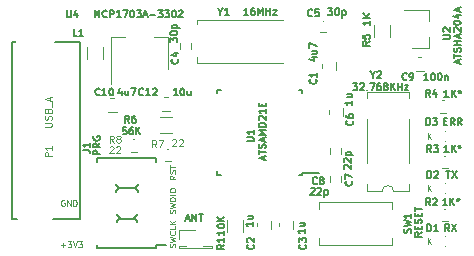
<source format=gto>
G04 #@! TF.GenerationSoftware,KiCad,Pcbnew,no-vcs-found-c20cf4a~58~ubuntu16.04.1*
G04 #@! TF.CreationDate,2017-03-22T17:47:24+02:00*
G04 #@! TF.ProjectId,serial_gw_ATSAMD21E,73657269616C5F67775F415453414D44,rev?*
G04 #@! TF.FileFunction,Legend,Top*
G04 #@! TF.FilePolarity,Positive*
%FSLAX46Y46*%
G04 Gerber Fmt 4.6, Leading zero omitted, Abs format (unit mm)*
G04 Created by KiCad (PCBNEW no-vcs-found-c20cf4a~58~ubuntu16.04.1) date Wed Mar 22 17:47:24 2017*
%MOMM*%
%LPD*%
G01*
G04 APERTURE LIST*
%ADD10C,0.100000*%
%ADD11C,0.125000*%
%ADD12C,0.120000*%
%ADD13C,0.150000*%
%ADD14R,0.800000X1.000000*%
%ADD15C,3.399740*%
%ADD16C,1.901140*%
%ADD17R,1.000000X1.100000*%
%ADD18R,2.300000X1.700000*%
%ADD19R,1.400000X1.400000*%
%ADD20R,1.150000X1.600000*%
%ADD21R,0.900000X1.000000*%
%ADD22R,1.600000X1.150000*%
%ADD23R,1.000000X0.900000*%
%ADD24R,2.900000X1.670000*%
%ADD25R,1.300000X1.600000*%
%ADD26R,1.600000X1.300000*%
%ADD27R,2.400000X2.000000*%
%ADD28R,0.950000X2.000000*%
%ADD29R,2.000000X0.950000*%
%ADD30R,1.300000X1.200000*%
%ADD31C,1.150000*%
%ADD32R,2.400000X3.400000*%
%ADD33R,1.400000X1.900000*%
%ADD34R,3.900000X2.800000*%
G04 APERTURE END LIST*
D10*
D11*
X140369047Y-97726190D02*
X140369047Y-97226190D01*
X140654761Y-97726190D02*
X140440476Y-97440476D01*
X140654761Y-97226190D02*
X140369047Y-97511904D01*
X140369047Y-93226190D02*
X140369047Y-92726190D01*
X140654761Y-93226190D02*
X140440476Y-92940476D01*
X140654761Y-92726190D02*
X140369047Y-93011904D01*
X140369047Y-88826190D02*
X140369047Y-88326190D01*
X140654761Y-88826190D02*
X140440476Y-88540476D01*
X140654761Y-88326190D02*
X140369047Y-88611904D01*
X109319047Y-97835714D02*
X109700000Y-97835714D01*
X109509523Y-98026190D02*
X109509523Y-97645238D01*
X109890476Y-97526190D02*
X110200000Y-97526190D01*
X110033333Y-97716666D01*
X110104761Y-97716666D01*
X110152380Y-97740476D01*
X110176190Y-97764285D01*
X110200000Y-97811904D01*
X110200000Y-97930952D01*
X110176190Y-97978571D01*
X110152380Y-98002380D01*
X110104761Y-98026190D01*
X109961904Y-98026190D01*
X109914285Y-98002380D01*
X109890476Y-97978571D01*
X110342857Y-97526190D02*
X110509523Y-98026190D01*
X110676190Y-97526190D01*
X110795238Y-97526190D02*
X111104761Y-97526190D01*
X110938095Y-97716666D01*
X111009523Y-97716666D01*
X111057142Y-97740476D01*
X111080952Y-97764285D01*
X111104761Y-97811904D01*
X111104761Y-97930952D01*
X111080952Y-97978571D01*
X111057142Y-98002380D01*
X111009523Y-98026190D01*
X110866666Y-98026190D01*
X110819047Y-98002380D01*
X110795238Y-97978571D01*
X109619047Y-94050000D02*
X109571428Y-94026190D01*
X109500000Y-94026190D01*
X109428571Y-94050000D01*
X109380952Y-94097619D01*
X109357142Y-94145238D01*
X109333333Y-94240476D01*
X109333333Y-94311904D01*
X109357142Y-94407142D01*
X109380952Y-94454761D01*
X109428571Y-94502380D01*
X109500000Y-94526190D01*
X109547619Y-94526190D01*
X109619047Y-94502380D01*
X109642857Y-94478571D01*
X109642857Y-94311904D01*
X109547619Y-94311904D01*
X109857142Y-94526190D02*
X109857142Y-94026190D01*
X110142857Y-94526190D01*
X110142857Y-94026190D01*
X110380952Y-94526190D02*
X110380952Y-94026190D01*
X110500000Y-94026190D01*
X110571428Y-94050000D01*
X110619047Y-94097619D01*
X110642857Y-94145238D01*
X110666666Y-94240476D01*
X110666666Y-94311904D01*
X110642857Y-94407142D01*
X110619047Y-94454761D01*
X110571428Y-94502380D01*
X110500000Y-94526190D01*
X110380952Y-94526190D01*
X119002380Y-98030952D02*
X119026190Y-97959523D01*
X119026190Y-97840476D01*
X119002380Y-97792857D01*
X118978571Y-97769047D01*
X118930952Y-97745238D01*
X118883333Y-97745238D01*
X118835714Y-97769047D01*
X118811904Y-97792857D01*
X118788095Y-97840476D01*
X118764285Y-97935714D01*
X118740476Y-97983333D01*
X118716666Y-98007142D01*
X118669047Y-98030952D01*
X118621428Y-98030952D01*
X118573809Y-98007142D01*
X118550000Y-97983333D01*
X118526190Y-97935714D01*
X118526190Y-97816666D01*
X118550000Y-97745238D01*
X118526190Y-97578571D02*
X119026190Y-97459523D01*
X118669047Y-97364285D01*
X119026190Y-97269047D01*
X118526190Y-97150000D01*
X118978571Y-96673809D02*
X119002380Y-96697619D01*
X119026190Y-96769047D01*
X119026190Y-96816666D01*
X119002380Y-96888095D01*
X118954761Y-96935714D01*
X118907142Y-96959523D01*
X118811904Y-96983333D01*
X118740476Y-96983333D01*
X118645238Y-96959523D01*
X118597619Y-96935714D01*
X118550000Y-96888095D01*
X118526190Y-96816666D01*
X118526190Y-96769047D01*
X118550000Y-96697619D01*
X118573809Y-96673809D01*
X119026190Y-96221428D02*
X119026190Y-96459523D01*
X118526190Y-96459523D01*
X119026190Y-96054761D02*
X118526190Y-96054761D01*
X119026190Y-95769047D02*
X118740476Y-95983333D01*
X118526190Y-95769047D02*
X118811904Y-96054761D01*
X119026190Y-91973809D02*
X118788095Y-92140476D01*
X119026190Y-92259523D02*
X118526190Y-92259523D01*
X118526190Y-92069047D01*
X118550000Y-92021428D01*
X118573809Y-91997619D01*
X118621428Y-91973809D01*
X118692857Y-91973809D01*
X118740476Y-91997619D01*
X118764285Y-92021428D01*
X118788095Y-92069047D01*
X118788095Y-92259523D01*
X119002380Y-91783333D02*
X119026190Y-91711904D01*
X119026190Y-91592857D01*
X119002380Y-91545238D01*
X118978571Y-91521428D01*
X118930952Y-91497619D01*
X118883333Y-91497619D01*
X118835714Y-91521428D01*
X118811904Y-91545238D01*
X118788095Y-91592857D01*
X118764285Y-91688095D01*
X118740476Y-91735714D01*
X118716666Y-91759523D01*
X118669047Y-91783333D01*
X118621428Y-91783333D01*
X118573809Y-91759523D01*
X118550000Y-91735714D01*
X118526190Y-91688095D01*
X118526190Y-91569047D01*
X118550000Y-91497619D01*
X118526190Y-91354761D02*
X118526190Y-91069047D01*
X119026190Y-91211904D02*
X118526190Y-91211904D01*
X119002380Y-95159523D02*
X119026190Y-95088095D01*
X119026190Y-94969047D01*
X119002380Y-94921428D01*
X118978571Y-94897619D01*
X118930952Y-94873809D01*
X118883333Y-94873809D01*
X118835714Y-94897619D01*
X118811904Y-94921428D01*
X118788095Y-94969047D01*
X118764285Y-95064285D01*
X118740476Y-95111904D01*
X118716666Y-95135714D01*
X118669047Y-95159523D01*
X118621428Y-95159523D01*
X118573809Y-95135714D01*
X118550000Y-95111904D01*
X118526190Y-95064285D01*
X118526190Y-94945238D01*
X118550000Y-94873809D01*
X118526190Y-94707142D02*
X119026190Y-94588095D01*
X118669047Y-94492857D01*
X119026190Y-94397619D01*
X118526190Y-94278571D01*
X119026190Y-94088095D02*
X118526190Y-94088095D01*
X118526190Y-93969047D01*
X118550000Y-93897619D01*
X118597619Y-93850000D01*
X118645238Y-93826190D01*
X118740476Y-93802380D01*
X118811904Y-93802380D01*
X118907142Y-93826190D01*
X118954761Y-93850000D01*
X119002380Y-93897619D01*
X119026190Y-93969047D01*
X119026190Y-94088095D01*
X119026190Y-93588095D02*
X118526190Y-93588095D01*
X118526190Y-93254761D02*
X118526190Y-93159523D01*
X118550000Y-93111904D01*
X118597619Y-93064285D01*
X118692857Y-93040476D01*
X118859523Y-93040476D01*
X118954761Y-93064285D01*
X119002380Y-93111904D01*
X119026190Y-93159523D01*
X119026190Y-93254761D01*
X119002380Y-93302380D01*
X118954761Y-93350000D01*
X118859523Y-93373809D01*
X118692857Y-93373809D01*
X118597619Y-93350000D01*
X118550000Y-93302380D01*
X118526190Y-93254761D01*
D12*
X118150000Y-90730000D02*
X118650000Y-90730000D01*
X118650000Y-89670000D02*
X118150000Y-89670000D01*
X115750000Y-88870000D02*
X115250000Y-88870000D01*
X115250000Y-89930000D02*
X115750000Y-89930000D01*
D13*
X105200000Y-95649860D02*
X105702507Y-95649860D01*
X108599471Y-95649860D02*
X110945120Y-95649860D01*
X108799050Y-80663860D02*
X110945120Y-80663860D01*
X105200000Y-95649860D02*
X105200000Y-80663860D01*
X110945120Y-95649860D02*
X110945120Y-80663860D01*
X105199646Y-80663860D02*
X105502166Y-80663860D01*
D12*
X141450000Y-86630000D02*
X141950000Y-86630000D01*
X141950000Y-85570000D02*
X141450000Y-85570000D01*
X141600000Y-95830000D02*
X142100000Y-95830000D01*
X142100000Y-94770000D02*
X141600000Y-94770000D01*
X141600000Y-91330000D02*
X142100000Y-91330000D01*
X142100000Y-90270000D02*
X141600000Y-90270000D01*
X140900000Y-88150000D02*
X140900000Y-89050000D01*
X140900000Y-89050000D02*
X142350000Y-89050000D01*
X140900000Y-88150000D02*
X142350000Y-88150000D01*
X140900000Y-92550000D02*
X140900000Y-93450000D01*
X140900000Y-93450000D02*
X142350000Y-93450000D01*
X140900000Y-92550000D02*
X142350000Y-92550000D01*
X140900000Y-97050000D02*
X140900000Y-97950000D01*
X140900000Y-97950000D02*
X142350000Y-97950000D01*
X140900000Y-97050000D02*
X142350000Y-97050000D01*
X137500000Y-93300000D02*
G75*
G03X136500000Y-93300000I-500000J0D01*
G01*
X135200000Y-85500000D02*
X135200000Y-84900000D01*
X135200000Y-84900000D02*
X138800000Y-84900000D01*
X138800000Y-84900000D02*
X138800000Y-85500000D01*
X135200000Y-91000000D02*
X135200000Y-87200000D01*
X136500000Y-93300000D02*
X135200000Y-93300000D01*
X138800000Y-93300000D02*
X137500000Y-93300000D01*
X135200000Y-93300000D02*
X135200000Y-92700000D01*
X138800000Y-93300000D02*
X138800000Y-92700000D01*
X138800000Y-87200000D02*
X138800000Y-91000000D01*
X119310000Y-97935000D02*
X119310000Y-98055000D01*
X119310000Y-98055000D02*
X122090000Y-98055000D01*
X122090000Y-98055000D02*
X122090000Y-97935000D01*
X122090000Y-97935000D02*
X119310000Y-97935000D01*
X119310000Y-97300000D02*
X119310000Y-96545000D01*
X119310000Y-96545000D02*
X120700000Y-96545000D01*
X132000000Y-86950000D02*
X132000000Y-86250000D01*
X133200000Y-86250000D02*
X133200000Y-86950000D01*
X132130000Y-89600000D02*
X132130000Y-90100000D01*
X133070000Y-90100000D02*
X133070000Y-89600000D01*
X120370000Y-81200000D02*
X120370000Y-80700000D01*
X119430000Y-80700000D02*
X119430000Y-81200000D01*
X139400000Y-81900000D02*
X140100000Y-81900000D01*
X140100000Y-83100000D02*
X139400000Y-83100000D01*
X132600000Y-82350000D02*
X132600000Y-83050000D01*
X131400000Y-83050000D02*
X131400000Y-82350000D01*
X127100000Y-95800000D02*
X127100000Y-96500000D01*
X125900000Y-96500000D02*
X125900000Y-95800000D01*
X129000000Y-95800000D02*
X129000000Y-96500000D01*
X127800000Y-96500000D02*
X127800000Y-95800000D01*
X131800000Y-78830000D02*
X131300000Y-78830000D01*
X131300000Y-79770000D02*
X131800000Y-79770000D01*
X133070000Y-92500000D02*
X133070000Y-92000000D01*
X132130000Y-92000000D02*
X132130000Y-92500000D01*
X114050000Y-86600000D02*
X113350000Y-86600000D01*
X113350000Y-85400000D02*
X114050000Y-85400000D01*
X118600000Y-86500000D02*
X117900000Y-86500000D01*
X117900000Y-85300000D02*
X118600000Y-85300000D01*
D13*
X117360000Y-97800000D02*
X118260000Y-97800000D01*
X115560000Y-95600000D02*
X114260000Y-95600000D01*
X112360000Y-90490000D02*
X112360000Y-90770000D01*
X112360000Y-90490000D02*
X117360000Y-90490000D01*
X117360000Y-90490000D02*
X117360000Y-90770000D01*
X117360000Y-98110000D02*
X117360000Y-97830000D01*
X112360000Y-98110000D02*
X117360000Y-98110000D01*
X114060000Y-95951000D02*
X114060000Y-95824000D01*
X114060000Y-95824000D02*
X114314000Y-95570000D01*
X114314000Y-95570000D02*
X114060000Y-95316000D01*
X114060000Y-95316000D02*
X114060000Y-95189000D01*
X112360000Y-98110000D02*
X112360000Y-97830000D01*
X113960000Y-93411000D02*
X113960000Y-93284000D01*
X115760000Y-95189000D02*
X115760000Y-95316000D01*
X114214000Y-93030000D02*
X113960000Y-92776000D01*
X115506000Y-95570000D02*
X115760000Y-95824000D01*
X113960000Y-92776000D02*
X113960000Y-92649000D01*
X115760000Y-95824000D02*
X115760000Y-95951000D01*
X113960000Y-93284000D02*
X114214000Y-93030000D01*
X115760000Y-95316000D02*
X115506000Y-95570000D01*
X115860000Y-92649000D02*
X115860000Y-92776000D01*
X115860000Y-93284000D02*
X115860000Y-93411000D01*
X115606000Y-93030000D02*
X115860000Y-93284000D01*
X115860000Y-92776000D02*
X115606000Y-93030000D01*
X115560152Y-93030000D02*
X114258117Y-93030000D01*
D12*
X111520000Y-82100000D02*
X111520000Y-81100000D01*
X112880000Y-81100000D02*
X112880000Y-82100000D01*
X124780000Y-95700000D02*
X124780000Y-96700000D01*
X123420000Y-96700000D02*
X123420000Y-95700000D01*
X135820000Y-80200000D02*
X135820000Y-79200000D01*
X137180000Y-79200000D02*
X137180000Y-80200000D01*
X117700000Y-87020000D02*
X118700000Y-87020000D01*
X118700000Y-88380000D02*
X117700000Y-88380000D01*
X131200000Y-97850000D02*
X137400000Y-97850000D01*
X137400000Y-94150000D02*
X131200000Y-94150000D01*
X131200000Y-94150000D02*
X131200000Y-94800000D01*
X131200000Y-97200000D02*
X131200000Y-97850000D01*
X137400000Y-97850000D02*
X137400000Y-97200000D01*
X137400000Y-94150000D02*
X137400000Y-94800000D01*
D13*
X129775000Y-91700000D02*
X131200000Y-91700000D01*
X122525000Y-91925000D02*
X122850000Y-91925000D01*
X122525000Y-84675000D02*
X122850000Y-84675000D01*
X129775000Y-84675000D02*
X129450000Y-84675000D01*
X129775000Y-91925000D02*
X129450000Y-91925000D01*
X129775000Y-84675000D02*
X129775000Y-85000000D01*
X122525000Y-84675000D02*
X122525000Y-85000000D01*
X122525000Y-91925000D02*
X122525000Y-91600000D01*
X129775000Y-91925000D02*
X129775000Y-91700000D01*
D12*
X140510000Y-81130000D02*
X139050000Y-81130000D01*
X140510000Y-77970000D02*
X138350000Y-77970000D01*
X140510000Y-77970000D02*
X140510000Y-78900000D01*
X140510000Y-81130000D02*
X140510000Y-80200000D01*
X113600000Y-80200000D02*
X114800000Y-80200000D01*
X113600000Y-84200000D02*
X113600000Y-80200000D01*
X118400000Y-80200000D02*
X118400000Y-82900000D01*
X117200000Y-80200000D02*
X118400000Y-80200000D01*
X120850000Y-82400000D02*
X128100000Y-82400000D01*
X120850000Y-78800000D02*
X120850000Y-82400000D01*
X128100000Y-78800000D02*
X120850000Y-78800000D01*
X117400000Y-89571428D02*
X117200000Y-89285714D01*
X117057142Y-89571428D02*
X117057142Y-88971428D01*
X117285714Y-88971428D01*
X117342857Y-89000000D01*
X117371428Y-89028571D01*
X117400000Y-89085714D01*
X117400000Y-89171428D01*
X117371428Y-89228571D01*
X117342857Y-89257142D01*
X117285714Y-89285714D01*
X117057142Y-89285714D01*
X117600000Y-88971428D02*
X118000000Y-88971428D01*
X117742857Y-89571428D01*
X118742857Y-88928571D02*
X118771428Y-88900000D01*
X118828571Y-88871428D01*
X118971428Y-88871428D01*
X119028571Y-88900000D01*
X119057142Y-88928571D01*
X119085714Y-88985714D01*
X119085714Y-89042857D01*
X119057142Y-89128571D01*
X118714285Y-89471428D01*
X119085714Y-89471428D01*
X119314285Y-88928571D02*
X119342857Y-88900000D01*
X119400000Y-88871428D01*
X119542857Y-88871428D01*
X119600000Y-88900000D01*
X119628571Y-88928571D01*
X119657142Y-88985714D01*
X119657142Y-89042857D01*
X119628571Y-89128571D01*
X119285714Y-89471428D01*
X119657142Y-89471428D01*
X113800000Y-89171428D02*
X113600000Y-88885714D01*
X113457142Y-89171428D02*
X113457142Y-88571428D01*
X113685714Y-88571428D01*
X113742857Y-88600000D01*
X113771428Y-88628571D01*
X113800000Y-88685714D01*
X113800000Y-88771428D01*
X113771428Y-88828571D01*
X113742857Y-88857142D01*
X113685714Y-88885714D01*
X113457142Y-88885714D01*
X114142857Y-88828571D02*
X114085714Y-88800000D01*
X114057142Y-88771428D01*
X114028571Y-88714285D01*
X114028571Y-88685714D01*
X114057142Y-88628571D01*
X114085714Y-88600000D01*
X114142857Y-88571428D01*
X114257142Y-88571428D01*
X114314285Y-88600000D01*
X114342857Y-88628571D01*
X114371428Y-88685714D01*
X114371428Y-88714285D01*
X114342857Y-88771428D01*
X114314285Y-88800000D01*
X114257142Y-88828571D01*
X114142857Y-88828571D01*
X114085714Y-88857142D01*
X114057142Y-88885714D01*
X114028571Y-88942857D01*
X114028571Y-89057142D01*
X114057142Y-89114285D01*
X114085714Y-89142857D01*
X114142857Y-89171428D01*
X114257142Y-89171428D01*
X114314285Y-89142857D01*
X114342857Y-89114285D01*
X114371428Y-89057142D01*
X114371428Y-88942857D01*
X114342857Y-88885714D01*
X114314285Y-88857142D01*
X114257142Y-88828571D01*
X113442857Y-89528571D02*
X113471428Y-89500000D01*
X113528571Y-89471428D01*
X113671428Y-89471428D01*
X113728571Y-89500000D01*
X113757142Y-89528571D01*
X113785714Y-89585714D01*
X113785714Y-89642857D01*
X113757142Y-89728571D01*
X113414285Y-90071428D01*
X113785714Y-90071428D01*
X114014285Y-89528571D02*
X114042857Y-89500000D01*
X114100000Y-89471428D01*
X114242857Y-89471428D01*
X114300000Y-89500000D01*
X114328571Y-89528571D01*
X114357142Y-89585714D01*
X114357142Y-89642857D01*
X114328571Y-89728571D01*
X113985714Y-90071428D01*
X114357142Y-90071428D01*
X108542548Y-90331717D02*
X107942548Y-90331717D01*
X107942548Y-90103145D01*
X107971120Y-90046002D01*
X107999691Y-90017431D01*
X108056834Y-89988860D01*
X108142548Y-89988860D01*
X108199691Y-90017431D01*
X108228262Y-90046002D01*
X108256834Y-90103145D01*
X108256834Y-90331717D01*
X108542548Y-89417431D02*
X108542548Y-89760288D01*
X108542548Y-89588860D02*
X107942548Y-89588860D01*
X108028262Y-89646002D01*
X108085405Y-89703145D01*
X108113977Y-89760288D01*
X107942548Y-87829717D02*
X108428262Y-87829717D01*
X108485405Y-87801145D01*
X108513977Y-87772574D01*
X108542548Y-87715431D01*
X108542548Y-87601145D01*
X108513977Y-87544002D01*
X108485405Y-87515431D01*
X108428262Y-87486860D01*
X107942548Y-87486860D01*
X108513977Y-87229717D02*
X108542548Y-87144002D01*
X108542548Y-87001145D01*
X108513977Y-86944002D01*
X108485405Y-86915431D01*
X108428262Y-86886860D01*
X108371120Y-86886860D01*
X108313977Y-86915431D01*
X108285405Y-86944002D01*
X108256834Y-87001145D01*
X108228262Y-87115431D01*
X108199691Y-87172574D01*
X108171120Y-87201145D01*
X108113977Y-87229717D01*
X108056834Y-87229717D01*
X107999691Y-87201145D01*
X107971120Y-87172574D01*
X107942548Y-87115431D01*
X107942548Y-86972574D01*
X107971120Y-86886860D01*
X108228262Y-86429717D02*
X108256834Y-86344002D01*
X108285405Y-86315431D01*
X108342548Y-86286860D01*
X108428262Y-86286860D01*
X108485405Y-86315431D01*
X108513977Y-86344002D01*
X108542548Y-86401145D01*
X108542548Y-86629717D01*
X107942548Y-86629717D01*
X107942548Y-86429717D01*
X107971120Y-86372574D01*
X107999691Y-86344002D01*
X108056834Y-86315431D01*
X108113977Y-86315431D01*
X108171120Y-86344002D01*
X108199691Y-86372574D01*
X108228262Y-86429717D01*
X108228262Y-86629717D01*
X108599691Y-86172574D02*
X108599691Y-85715431D01*
X108371120Y-85601145D02*
X108371120Y-85315431D01*
X108542548Y-85658288D02*
X107942548Y-85458288D01*
X108542548Y-85258288D01*
D13*
X140600000Y-85271428D02*
X140400000Y-84985714D01*
X140257142Y-85271428D02*
X140257142Y-84671428D01*
X140485714Y-84671428D01*
X140542857Y-84700000D01*
X140571428Y-84728571D01*
X140600000Y-84785714D01*
X140600000Y-84871428D01*
X140571428Y-84928571D01*
X140542857Y-84957142D01*
X140485714Y-84985714D01*
X140257142Y-84985714D01*
X141114285Y-84871428D02*
X141114285Y-85271428D01*
X140971428Y-84642857D02*
X140828571Y-85071428D01*
X141200000Y-85071428D01*
X142142857Y-85271428D02*
X141800000Y-85271428D01*
X141971428Y-85271428D02*
X141971428Y-84671428D01*
X141914285Y-84757142D01*
X141857142Y-84814285D01*
X141800000Y-84842857D01*
X142400000Y-85271428D02*
X142400000Y-84671428D01*
X142742857Y-85271428D02*
X142485714Y-84928571D01*
X142742857Y-84671428D02*
X142400000Y-85014285D01*
X143085714Y-84671428D02*
X143085714Y-84814285D01*
X142942857Y-84757142D02*
X143085714Y-84814285D01*
X143228571Y-84757142D01*
X143000000Y-84928571D02*
X143085714Y-84814285D01*
X143171428Y-84928571D01*
X140600000Y-94471428D02*
X140400000Y-94185714D01*
X140257142Y-94471428D02*
X140257142Y-93871428D01*
X140485714Y-93871428D01*
X140542857Y-93900000D01*
X140571428Y-93928571D01*
X140600000Y-93985714D01*
X140600000Y-94071428D01*
X140571428Y-94128571D01*
X140542857Y-94157142D01*
X140485714Y-94185714D01*
X140257142Y-94185714D01*
X140828571Y-93928571D02*
X140857142Y-93900000D01*
X140914285Y-93871428D01*
X141057142Y-93871428D01*
X141114285Y-93900000D01*
X141142857Y-93928571D01*
X141171428Y-93985714D01*
X141171428Y-94042857D01*
X141142857Y-94128571D01*
X140800000Y-94471428D01*
X141171428Y-94471428D01*
X142042857Y-94471428D02*
X141700000Y-94471428D01*
X141871428Y-94471428D02*
X141871428Y-93871428D01*
X141814285Y-93957142D01*
X141757142Y-94014285D01*
X141700000Y-94042857D01*
X142300000Y-94471428D02*
X142300000Y-93871428D01*
X142642857Y-94471428D02*
X142385714Y-94128571D01*
X142642857Y-93871428D02*
X142300000Y-94214285D01*
X142985714Y-93871428D02*
X142985714Y-94014285D01*
X142842857Y-93957142D02*
X142985714Y-94014285D01*
X143128571Y-93957142D01*
X142900000Y-94128571D02*
X142985714Y-94014285D01*
X143071428Y-94128571D01*
X140700000Y-89971428D02*
X140500000Y-89685714D01*
X140357142Y-89971428D02*
X140357142Y-89371428D01*
X140585714Y-89371428D01*
X140642857Y-89400000D01*
X140671428Y-89428571D01*
X140700000Y-89485714D01*
X140700000Y-89571428D01*
X140671428Y-89628571D01*
X140642857Y-89657142D01*
X140585714Y-89685714D01*
X140357142Y-89685714D01*
X140900000Y-89371428D02*
X141271428Y-89371428D01*
X141071428Y-89600000D01*
X141157142Y-89600000D01*
X141214285Y-89628571D01*
X141242857Y-89657142D01*
X141271428Y-89714285D01*
X141271428Y-89857142D01*
X141242857Y-89914285D01*
X141214285Y-89942857D01*
X141157142Y-89971428D01*
X140985714Y-89971428D01*
X140928571Y-89942857D01*
X140900000Y-89914285D01*
X142142857Y-89971428D02*
X141800000Y-89971428D01*
X141971428Y-89971428D02*
X141971428Y-89371428D01*
X141914285Y-89457142D01*
X141857142Y-89514285D01*
X141800000Y-89542857D01*
X142400000Y-89971428D02*
X142400000Y-89371428D01*
X142742857Y-89971428D02*
X142485714Y-89628571D01*
X142742857Y-89371428D02*
X142400000Y-89714285D01*
X143085714Y-89371428D02*
X143085714Y-89514285D01*
X142942857Y-89457142D02*
X143085714Y-89514285D01*
X143228571Y-89457142D01*
X143000000Y-89628571D02*
X143085714Y-89514285D01*
X143171428Y-89628571D01*
X140257142Y-87671428D02*
X140257142Y-87071428D01*
X140400000Y-87071428D01*
X140485714Y-87100000D01*
X140542857Y-87157142D01*
X140571428Y-87214285D01*
X140600000Y-87328571D01*
X140600000Y-87414285D01*
X140571428Y-87528571D01*
X140542857Y-87585714D01*
X140485714Y-87642857D01*
X140400000Y-87671428D01*
X140257142Y-87671428D01*
X140800000Y-87071428D02*
X141171428Y-87071428D01*
X140971428Y-87300000D01*
X141057142Y-87300000D01*
X141114285Y-87328571D01*
X141142857Y-87357142D01*
X141171428Y-87414285D01*
X141171428Y-87557142D01*
X141142857Y-87614285D01*
X141114285Y-87642857D01*
X141057142Y-87671428D01*
X140885714Y-87671428D01*
X140828571Y-87642857D01*
X140800000Y-87614285D01*
X141771428Y-87357142D02*
X141971428Y-87357142D01*
X142057142Y-87671428D02*
X141771428Y-87671428D01*
X141771428Y-87071428D01*
X142057142Y-87071428D01*
X142657142Y-87671428D02*
X142457142Y-87385714D01*
X142314285Y-87671428D02*
X142314285Y-87071428D01*
X142542857Y-87071428D01*
X142600000Y-87100000D01*
X142628571Y-87128571D01*
X142657142Y-87185714D01*
X142657142Y-87271428D01*
X142628571Y-87328571D01*
X142600000Y-87357142D01*
X142542857Y-87385714D01*
X142314285Y-87385714D01*
X143257142Y-87671428D02*
X143057142Y-87385714D01*
X142914285Y-87671428D02*
X142914285Y-87071428D01*
X143142857Y-87071428D01*
X143200000Y-87100000D01*
X143228571Y-87128571D01*
X143257142Y-87185714D01*
X143257142Y-87271428D01*
X143228571Y-87328571D01*
X143200000Y-87357142D01*
X143142857Y-87385714D01*
X142914285Y-87385714D01*
X140357142Y-92171428D02*
X140357142Y-91571428D01*
X140500000Y-91571428D01*
X140585714Y-91600000D01*
X140642857Y-91657142D01*
X140671428Y-91714285D01*
X140700000Y-91828571D01*
X140700000Y-91914285D01*
X140671428Y-92028571D01*
X140642857Y-92085714D01*
X140585714Y-92142857D01*
X140500000Y-92171428D01*
X140357142Y-92171428D01*
X140928571Y-91628571D02*
X140957142Y-91600000D01*
X141014285Y-91571428D01*
X141157142Y-91571428D01*
X141214285Y-91600000D01*
X141242857Y-91628571D01*
X141271428Y-91685714D01*
X141271428Y-91742857D01*
X141242857Y-91828571D01*
X140900000Y-92171428D01*
X141271428Y-92171428D01*
X141942857Y-91571428D02*
X142285714Y-91571428D01*
X142114285Y-92171428D02*
X142114285Y-91571428D01*
X142428571Y-91571428D02*
X142828571Y-92171428D01*
X142828571Y-91571428D02*
X142428571Y-92171428D01*
X140357142Y-96671428D02*
X140357142Y-96071428D01*
X140500000Y-96071428D01*
X140585714Y-96100000D01*
X140642857Y-96157142D01*
X140671428Y-96214285D01*
X140700000Y-96328571D01*
X140700000Y-96414285D01*
X140671428Y-96528571D01*
X140642857Y-96585714D01*
X140585714Y-96642857D01*
X140500000Y-96671428D01*
X140357142Y-96671428D01*
X141271428Y-96671428D02*
X140928571Y-96671428D01*
X141100000Y-96671428D02*
X141100000Y-96071428D01*
X141042857Y-96157142D01*
X140985714Y-96214285D01*
X140928571Y-96242857D01*
X142200000Y-96671428D02*
X142000000Y-96385714D01*
X141857142Y-96671428D02*
X141857142Y-96071428D01*
X142085714Y-96071428D01*
X142142857Y-96100000D01*
X142171428Y-96128571D01*
X142200000Y-96185714D01*
X142200000Y-96271428D01*
X142171428Y-96328571D01*
X142142857Y-96357142D01*
X142085714Y-96385714D01*
X141857142Y-96385714D01*
X142400000Y-96071428D02*
X142800000Y-96671428D01*
X142800000Y-96071428D02*
X142400000Y-96671428D01*
X135731285Y-83424714D02*
X135731285Y-83710428D01*
X135531285Y-83110428D02*
X135731285Y-83424714D01*
X135931285Y-83110428D01*
X136102714Y-83167571D02*
X136131285Y-83139000D01*
X136188428Y-83110428D01*
X136331285Y-83110428D01*
X136388428Y-83139000D01*
X136417000Y-83167571D01*
X136445571Y-83224714D01*
X136445571Y-83281857D01*
X136417000Y-83367571D01*
X136074142Y-83710428D01*
X136445571Y-83710428D01*
X134055142Y-84126428D02*
X134426571Y-84126428D01*
X134226571Y-84355000D01*
X134312285Y-84355000D01*
X134369428Y-84383571D01*
X134398000Y-84412142D01*
X134426571Y-84469285D01*
X134426571Y-84612142D01*
X134398000Y-84669285D01*
X134369428Y-84697857D01*
X134312285Y-84726428D01*
X134140857Y-84726428D01*
X134083714Y-84697857D01*
X134055142Y-84669285D01*
X134655142Y-84183571D02*
X134683714Y-84155000D01*
X134740857Y-84126428D01*
X134883714Y-84126428D01*
X134940857Y-84155000D01*
X134969428Y-84183571D01*
X134998000Y-84240714D01*
X134998000Y-84297857D01*
X134969428Y-84383571D01*
X134626571Y-84726428D01*
X134998000Y-84726428D01*
X135255142Y-84669285D02*
X135283714Y-84697857D01*
X135255142Y-84726428D01*
X135226571Y-84697857D01*
X135255142Y-84669285D01*
X135255142Y-84726428D01*
X135483714Y-84126428D02*
X135883714Y-84126428D01*
X135626571Y-84726428D01*
X136369428Y-84126428D02*
X136255142Y-84126428D01*
X136198000Y-84155000D01*
X136169428Y-84183571D01*
X136112285Y-84269285D01*
X136083714Y-84383571D01*
X136083714Y-84612142D01*
X136112285Y-84669285D01*
X136140857Y-84697857D01*
X136198000Y-84726428D01*
X136312285Y-84726428D01*
X136369428Y-84697857D01*
X136398000Y-84669285D01*
X136426571Y-84612142D01*
X136426571Y-84469285D01*
X136398000Y-84412142D01*
X136369428Y-84383571D01*
X136312285Y-84355000D01*
X136198000Y-84355000D01*
X136140857Y-84383571D01*
X136112285Y-84412142D01*
X136083714Y-84469285D01*
X136769428Y-84383571D02*
X136712285Y-84355000D01*
X136683714Y-84326428D01*
X136655142Y-84269285D01*
X136655142Y-84240714D01*
X136683714Y-84183571D01*
X136712285Y-84155000D01*
X136769428Y-84126428D01*
X136883714Y-84126428D01*
X136940857Y-84155000D01*
X136969428Y-84183571D01*
X136998000Y-84240714D01*
X136998000Y-84269285D01*
X136969428Y-84326428D01*
X136940857Y-84355000D01*
X136883714Y-84383571D01*
X136769428Y-84383571D01*
X136712285Y-84412142D01*
X136683714Y-84440714D01*
X136655142Y-84497857D01*
X136655142Y-84612142D01*
X136683714Y-84669285D01*
X136712285Y-84697857D01*
X136769428Y-84726428D01*
X136883714Y-84726428D01*
X136940857Y-84697857D01*
X136969428Y-84669285D01*
X136998000Y-84612142D01*
X136998000Y-84497857D01*
X136969428Y-84440714D01*
X136940857Y-84412142D01*
X136883714Y-84383571D01*
X137255142Y-84726428D02*
X137255142Y-84126428D01*
X137598000Y-84726428D02*
X137340857Y-84383571D01*
X137598000Y-84126428D02*
X137255142Y-84469285D01*
X137855142Y-84726428D02*
X137855142Y-84126428D01*
X137855142Y-84412142D02*
X138198000Y-84412142D01*
X138198000Y-84726428D02*
X138198000Y-84126428D01*
X138426571Y-84326428D02*
X138740857Y-84326428D01*
X138426571Y-84726428D01*
X138740857Y-84726428D01*
X119914285Y-95600000D02*
X120200000Y-95600000D01*
X119857142Y-95771428D02*
X120057142Y-95171428D01*
X120257142Y-95771428D01*
X120457142Y-95771428D02*
X120457142Y-95171428D01*
X120800000Y-95771428D01*
X120800000Y-95171428D01*
X121000000Y-95171428D02*
X121342857Y-95171428D01*
X121171428Y-95771428D02*
X121171428Y-95171428D01*
X134014285Y-87300000D02*
X134042857Y-87328571D01*
X134071428Y-87414285D01*
X134071428Y-87471428D01*
X134042857Y-87557142D01*
X133985714Y-87614285D01*
X133928571Y-87642857D01*
X133814285Y-87671428D01*
X133728571Y-87671428D01*
X133614285Y-87642857D01*
X133557142Y-87614285D01*
X133500000Y-87557142D01*
X133471428Y-87471428D01*
X133471428Y-87414285D01*
X133500000Y-87328571D01*
X133528571Y-87300000D01*
X133471428Y-86785714D02*
X133471428Y-86900000D01*
X133500000Y-86957142D01*
X133528571Y-86985714D01*
X133614285Y-87042857D01*
X133728571Y-87071428D01*
X133957142Y-87071428D01*
X134014285Y-87042857D01*
X134042857Y-87014285D01*
X134071428Y-86957142D01*
X134071428Y-86842857D01*
X134042857Y-86785714D01*
X134014285Y-86757142D01*
X133957142Y-86728571D01*
X133814285Y-86728571D01*
X133757142Y-86757142D01*
X133728571Y-86785714D01*
X133700000Y-86842857D01*
X133700000Y-86957142D01*
X133728571Y-87014285D01*
X133757142Y-87042857D01*
X133814285Y-87071428D01*
X133971428Y-85600000D02*
X133971428Y-85942857D01*
X133971428Y-85771428D02*
X133371428Y-85771428D01*
X133457142Y-85828571D01*
X133514285Y-85885714D01*
X133542857Y-85942857D01*
X133571428Y-85085714D02*
X133971428Y-85085714D01*
X133571428Y-85342857D02*
X133885714Y-85342857D01*
X133942857Y-85314285D01*
X133971428Y-85257142D01*
X133971428Y-85171428D01*
X133942857Y-85114285D01*
X133914285Y-85085714D01*
X133945285Y-92429000D02*
X133973857Y-92457571D01*
X134002428Y-92543285D01*
X134002428Y-92600428D01*
X133973857Y-92686142D01*
X133916714Y-92743285D01*
X133859571Y-92771857D01*
X133745285Y-92800428D01*
X133659571Y-92800428D01*
X133545285Y-92771857D01*
X133488142Y-92743285D01*
X133431000Y-92686142D01*
X133402428Y-92600428D01*
X133402428Y-92543285D01*
X133431000Y-92457571D01*
X133459571Y-92429000D01*
X133402428Y-92229000D02*
X133402428Y-91829000D01*
X134002428Y-92086142D01*
X133332571Y-91406571D02*
X133304000Y-91378000D01*
X133275428Y-91320857D01*
X133275428Y-91178000D01*
X133304000Y-91120857D01*
X133332571Y-91092285D01*
X133389714Y-91063714D01*
X133446857Y-91063714D01*
X133532571Y-91092285D01*
X133875428Y-91435142D01*
X133875428Y-91063714D01*
X133332571Y-90835142D02*
X133304000Y-90806571D01*
X133275428Y-90749428D01*
X133275428Y-90606571D01*
X133304000Y-90549428D01*
X133332571Y-90520857D01*
X133389714Y-90492285D01*
X133446857Y-90492285D01*
X133532571Y-90520857D01*
X133875428Y-90863714D01*
X133875428Y-90492285D01*
X133475428Y-90235142D02*
X134075428Y-90235142D01*
X133504000Y-90235142D02*
X133475428Y-90178000D01*
X133475428Y-90063714D01*
X133504000Y-90006571D01*
X133532571Y-89978000D01*
X133589714Y-89949428D01*
X133761142Y-89949428D01*
X133818285Y-89978000D01*
X133846857Y-90006571D01*
X133875428Y-90063714D01*
X133875428Y-90178000D01*
X133846857Y-90235142D01*
X119214285Y-82100000D02*
X119242857Y-82128571D01*
X119271428Y-82214285D01*
X119271428Y-82271428D01*
X119242857Y-82357142D01*
X119185714Y-82414285D01*
X119128571Y-82442857D01*
X119014285Y-82471428D01*
X118928571Y-82471428D01*
X118814285Y-82442857D01*
X118757142Y-82414285D01*
X118700000Y-82357142D01*
X118671428Y-82271428D01*
X118671428Y-82214285D01*
X118700000Y-82128571D01*
X118728571Y-82100000D01*
X118871428Y-81585714D02*
X119271428Y-81585714D01*
X118642857Y-81728571D02*
X119071428Y-81871428D01*
X119071428Y-81500000D01*
X118571428Y-80657142D02*
X118571428Y-80285714D01*
X118800000Y-80485714D01*
X118800000Y-80400000D01*
X118828571Y-80342857D01*
X118857142Y-80314285D01*
X118914285Y-80285714D01*
X119057142Y-80285714D01*
X119114285Y-80314285D01*
X119142857Y-80342857D01*
X119171428Y-80400000D01*
X119171428Y-80571428D01*
X119142857Y-80628571D01*
X119114285Y-80657142D01*
X118571428Y-79914285D02*
X118571428Y-79857142D01*
X118600000Y-79800000D01*
X118628571Y-79771428D01*
X118685714Y-79742857D01*
X118800000Y-79714285D01*
X118942857Y-79714285D01*
X119057142Y-79742857D01*
X119114285Y-79771428D01*
X119142857Y-79800000D01*
X119171428Y-79857142D01*
X119171428Y-79914285D01*
X119142857Y-79971428D01*
X119114285Y-80000000D01*
X119057142Y-80028571D01*
X118942857Y-80057142D01*
X118800000Y-80057142D01*
X118685714Y-80028571D01*
X118628571Y-80000000D01*
X118600000Y-79971428D01*
X118571428Y-79914285D01*
X118771428Y-79457142D02*
X119371428Y-79457142D01*
X118800000Y-79457142D02*
X118771428Y-79400000D01*
X118771428Y-79285714D01*
X118800000Y-79228571D01*
X118828571Y-79200000D01*
X118885714Y-79171428D01*
X119057142Y-79171428D01*
X119114285Y-79200000D01*
X119142857Y-79228571D01*
X119171428Y-79285714D01*
X119171428Y-79400000D01*
X119142857Y-79457142D01*
X138600000Y-83814285D02*
X138571428Y-83842857D01*
X138485714Y-83871428D01*
X138428571Y-83871428D01*
X138342857Y-83842857D01*
X138285714Y-83785714D01*
X138257142Y-83728571D01*
X138228571Y-83614285D01*
X138228571Y-83528571D01*
X138257142Y-83414285D01*
X138285714Y-83357142D01*
X138342857Y-83300000D01*
X138428571Y-83271428D01*
X138485714Y-83271428D01*
X138571428Y-83300000D01*
X138600000Y-83328571D01*
X138885714Y-83871428D02*
X139000000Y-83871428D01*
X139057142Y-83842857D01*
X139085714Y-83814285D01*
X139142857Y-83728571D01*
X139171428Y-83614285D01*
X139171428Y-83385714D01*
X139142857Y-83328571D01*
X139114285Y-83300000D01*
X139057142Y-83271428D01*
X138942857Y-83271428D01*
X138885714Y-83300000D01*
X138857142Y-83328571D01*
X138828571Y-83385714D01*
X138828571Y-83528571D01*
X138857142Y-83585714D01*
X138885714Y-83614285D01*
X138942857Y-83642857D01*
X139057142Y-83642857D01*
X139114285Y-83614285D01*
X139142857Y-83585714D01*
X139171428Y-83528571D01*
X140428571Y-83871428D02*
X140085714Y-83871428D01*
X140257142Y-83871428D02*
X140257142Y-83271428D01*
X140200000Y-83357142D01*
X140142857Y-83414285D01*
X140085714Y-83442857D01*
X140800000Y-83271428D02*
X140857142Y-83271428D01*
X140914285Y-83300000D01*
X140942857Y-83328571D01*
X140971428Y-83385714D01*
X141000000Y-83500000D01*
X141000000Y-83642857D01*
X140971428Y-83757142D01*
X140942857Y-83814285D01*
X140914285Y-83842857D01*
X140857142Y-83871428D01*
X140800000Y-83871428D01*
X140742857Y-83842857D01*
X140714285Y-83814285D01*
X140685714Y-83757142D01*
X140657142Y-83642857D01*
X140657142Y-83500000D01*
X140685714Y-83385714D01*
X140714285Y-83328571D01*
X140742857Y-83300000D01*
X140800000Y-83271428D01*
X141371428Y-83271428D02*
X141428571Y-83271428D01*
X141485714Y-83300000D01*
X141514285Y-83328571D01*
X141542857Y-83385714D01*
X141571428Y-83500000D01*
X141571428Y-83642857D01*
X141542857Y-83757142D01*
X141514285Y-83814285D01*
X141485714Y-83842857D01*
X141428571Y-83871428D01*
X141371428Y-83871428D01*
X141314285Y-83842857D01*
X141285714Y-83814285D01*
X141257142Y-83757142D01*
X141228571Y-83642857D01*
X141228571Y-83500000D01*
X141257142Y-83385714D01*
X141285714Y-83328571D01*
X141314285Y-83300000D01*
X141371428Y-83271428D01*
X141828571Y-83471428D02*
X141828571Y-83871428D01*
X141828571Y-83528571D02*
X141857142Y-83500000D01*
X141914285Y-83471428D01*
X142000000Y-83471428D01*
X142057142Y-83500000D01*
X142085714Y-83557142D01*
X142085714Y-83871428D01*
X130914285Y-83800000D02*
X130942857Y-83828571D01*
X130971428Y-83914285D01*
X130971428Y-83971428D01*
X130942857Y-84057142D01*
X130885714Y-84114285D01*
X130828571Y-84142857D01*
X130714285Y-84171428D01*
X130628571Y-84171428D01*
X130514285Y-84142857D01*
X130457142Y-84114285D01*
X130400000Y-84057142D01*
X130371428Y-83971428D01*
X130371428Y-83914285D01*
X130400000Y-83828571D01*
X130428571Y-83800000D01*
X130971428Y-83228571D02*
X130971428Y-83571428D01*
X130971428Y-83400000D02*
X130371428Y-83400000D01*
X130457142Y-83457142D01*
X130514285Y-83514285D01*
X130542857Y-83571428D01*
X130571428Y-81942857D02*
X130971428Y-81942857D01*
X130342857Y-82085714D02*
X130771428Y-82228571D01*
X130771428Y-81857142D01*
X130571428Y-81371428D02*
X130971428Y-81371428D01*
X130571428Y-81628571D02*
X130885714Y-81628571D01*
X130942857Y-81600000D01*
X130971428Y-81542857D01*
X130971428Y-81457142D01*
X130942857Y-81400000D01*
X130914285Y-81371428D01*
X130371428Y-81142857D02*
X130371428Y-80742857D01*
X130971428Y-81000000D01*
X125614285Y-97800000D02*
X125642857Y-97828571D01*
X125671428Y-97914285D01*
X125671428Y-97971428D01*
X125642857Y-98057142D01*
X125585714Y-98114285D01*
X125528571Y-98142857D01*
X125414285Y-98171428D01*
X125328571Y-98171428D01*
X125214285Y-98142857D01*
X125157142Y-98114285D01*
X125100000Y-98057142D01*
X125071428Y-97971428D01*
X125071428Y-97914285D01*
X125100000Y-97828571D01*
X125128571Y-97800000D01*
X125128571Y-97571428D02*
X125100000Y-97542857D01*
X125071428Y-97485714D01*
X125071428Y-97342857D01*
X125100000Y-97285714D01*
X125128571Y-97257142D01*
X125185714Y-97228571D01*
X125242857Y-97228571D01*
X125328571Y-97257142D01*
X125671428Y-97600000D01*
X125671428Y-97228571D01*
X125571428Y-95900000D02*
X125571428Y-96242857D01*
X125571428Y-96071428D02*
X124971428Y-96071428D01*
X125057142Y-96128571D01*
X125114285Y-96185714D01*
X125142857Y-96242857D01*
X125171428Y-95385714D02*
X125571428Y-95385714D01*
X125171428Y-95642857D02*
X125485714Y-95642857D01*
X125542857Y-95614285D01*
X125571428Y-95557142D01*
X125571428Y-95471428D01*
X125542857Y-95414285D01*
X125514285Y-95385714D01*
X130014285Y-97800000D02*
X130042857Y-97828571D01*
X130071428Y-97914285D01*
X130071428Y-97971428D01*
X130042857Y-98057142D01*
X129985714Y-98114285D01*
X129928571Y-98142857D01*
X129814285Y-98171428D01*
X129728571Y-98171428D01*
X129614285Y-98142857D01*
X129557142Y-98114285D01*
X129500000Y-98057142D01*
X129471428Y-97971428D01*
X129471428Y-97914285D01*
X129500000Y-97828571D01*
X129528571Y-97800000D01*
X129471428Y-97600000D02*
X129471428Y-97228571D01*
X129700000Y-97428571D01*
X129700000Y-97342857D01*
X129728571Y-97285714D01*
X129757142Y-97257142D01*
X129814285Y-97228571D01*
X129957142Y-97228571D01*
X130014285Y-97257142D01*
X130042857Y-97285714D01*
X130071428Y-97342857D01*
X130071428Y-97514285D01*
X130042857Y-97571428D01*
X130014285Y-97600000D01*
X129971428Y-96500000D02*
X129971428Y-96842857D01*
X129971428Y-96671428D02*
X129371428Y-96671428D01*
X129457142Y-96728571D01*
X129514285Y-96785714D01*
X129542857Y-96842857D01*
X129571428Y-95985714D02*
X129971428Y-95985714D01*
X129571428Y-96242857D02*
X129885714Y-96242857D01*
X129942857Y-96214285D01*
X129971428Y-96157142D01*
X129971428Y-96071428D01*
X129942857Y-96014285D01*
X129914285Y-95985714D01*
X130600000Y-78414285D02*
X130571428Y-78442857D01*
X130485714Y-78471428D01*
X130428571Y-78471428D01*
X130342857Y-78442857D01*
X130285714Y-78385714D01*
X130257142Y-78328571D01*
X130228571Y-78214285D01*
X130228571Y-78128571D01*
X130257142Y-78014285D01*
X130285714Y-77957142D01*
X130342857Y-77900000D01*
X130428571Y-77871428D01*
X130485714Y-77871428D01*
X130571428Y-77900000D01*
X130600000Y-77928571D01*
X131142857Y-77871428D02*
X130857142Y-77871428D01*
X130828571Y-78157142D01*
X130857142Y-78128571D01*
X130914285Y-78100000D01*
X131057142Y-78100000D01*
X131114285Y-78128571D01*
X131142857Y-78157142D01*
X131171428Y-78214285D01*
X131171428Y-78357142D01*
X131142857Y-78414285D01*
X131114285Y-78442857D01*
X131057142Y-78471428D01*
X130914285Y-78471428D01*
X130857142Y-78442857D01*
X130828571Y-78414285D01*
X131942857Y-77771428D02*
X132314285Y-77771428D01*
X132114285Y-78000000D01*
X132200000Y-78000000D01*
X132257142Y-78028571D01*
X132285714Y-78057142D01*
X132314285Y-78114285D01*
X132314285Y-78257142D01*
X132285714Y-78314285D01*
X132257142Y-78342857D01*
X132200000Y-78371428D01*
X132028571Y-78371428D01*
X131971428Y-78342857D01*
X131942857Y-78314285D01*
X132685714Y-77771428D02*
X132742857Y-77771428D01*
X132800000Y-77800000D01*
X132828571Y-77828571D01*
X132857142Y-77885714D01*
X132885714Y-78000000D01*
X132885714Y-78142857D01*
X132857142Y-78257142D01*
X132828571Y-78314285D01*
X132800000Y-78342857D01*
X132742857Y-78371428D01*
X132685714Y-78371428D01*
X132628571Y-78342857D01*
X132600000Y-78314285D01*
X132571428Y-78257142D01*
X132542857Y-78142857D01*
X132542857Y-78000000D01*
X132571428Y-77885714D01*
X132600000Y-77828571D01*
X132628571Y-77800000D01*
X132685714Y-77771428D01*
X133142857Y-77971428D02*
X133142857Y-78571428D01*
X133142857Y-78000000D02*
X133200000Y-77971428D01*
X133314285Y-77971428D01*
X133371428Y-78000000D01*
X133400000Y-78028571D01*
X133428571Y-78085714D01*
X133428571Y-78257142D01*
X133400000Y-78314285D01*
X133371428Y-78342857D01*
X133314285Y-78371428D01*
X133200000Y-78371428D01*
X133142857Y-78342857D01*
X131000000Y-92614285D02*
X130971428Y-92642857D01*
X130885714Y-92671428D01*
X130828571Y-92671428D01*
X130742857Y-92642857D01*
X130685714Y-92585714D01*
X130657142Y-92528571D01*
X130628571Y-92414285D01*
X130628571Y-92328571D01*
X130657142Y-92214285D01*
X130685714Y-92157142D01*
X130742857Y-92100000D01*
X130828571Y-92071428D01*
X130885714Y-92071428D01*
X130971428Y-92100000D01*
X131000000Y-92128571D01*
X131342857Y-92328571D02*
X131285714Y-92300000D01*
X131257142Y-92271428D01*
X131228571Y-92214285D01*
X131228571Y-92185714D01*
X131257142Y-92128571D01*
X131285714Y-92100000D01*
X131342857Y-92071428D01*
X131457142Y-92071428D01*
X131514285Y-92100000D01*
X131542857Y-92128571D01*
X131571428Y-92185714D01*
X131571428Y-92214285D01*
X131542857Y-92271428D01*
X131514285Y-92300000D01*
X131457142Y-92328571D01*
X131342857Y-92328571D01*
X131285714Y-92357142D01*
X131257142Y-92385714D01*
X131228571Y-92442857D01*
X131228571Y-92557142D01*
X131257142Y-92614285D01*
X131285714Y-92642857D01*
X131342857Y-92671428D01*
X131457142Y-92671428D01*
X131514285Y-92642857D01*
X131542857Y-92614285D01*
X131571428Y-92557142D01*
X131571428Y-92442857D01*
X131542857Y-92385714D01*
X131514285Y-92357142D01*
X131457142Y-92328571D01*
X130471428Y-93028571D02*
X130500000Y-93000000D01*
X130557142Y-92971428D01*
X130700000Y-92971428D01*
X130757142Y-93000000D01*
X130785714Y-93028571D01*
X130814285Y-93085714D01*
X130814285Y-93142857D01*
X130785714Y-93228571D01*
X130442857Y-93571428D01*
X130814285Y-93571428D01*
X131042857Y-93028571D02*
X131071428Y-93000000D01*
X131128571Y-92971428D01*
X131271428Y-92971428D01*
X131328571Y-93000000D01*
X131357142Y-93028571D01*
X131385714Y-93085714D01*
X131385714Y-93142857D01*
X131357142Y-93228571D01*
X131014285Y-93571428D01*
X131385714Y-93571428D01*
X131642857Y-93171428D02*
X131642857Y-93771428D01*
X131642857Y-93200000D02*
X131700000Y-93171428D01*
X131814285Y-93171428D01*
X131871428Y-93200000D01*
X131900000Y-93228571D01*
X131928571Y-93285714D01*
X131928571Y-93457142D01*
X131900000Y-93514285D01*
X131871428Y-93542857D01*
X131814285Y-93571428D01*
X131700000Y-93571428D01*
X131642857Y-93542857D01*
X112614285Y-85114285D02*
X112585714Y-85142857D01*
X112500000Y-85171428D01*
X112442857Y-85171428D01*
X112357142Y-85142857D01*
X112300000Y-85085714D01*
X112271428Y-85028571D01*
X112242857Y-84914285D01*
X112242857Y-84828571D01*
X112271428Y-84714285D01*
X112300000Y-84657142D01*
X112357142Y-84600000D01*
X112442857Y-84571428D01*
X112500000Y-84571428D01*
X112585714Y-84600000D01*
X112614285Y-84628571D01*
X113185714Y-85171428D02*
X112842857Y-85171428D01*
X113014285Y-85171428D02*
X113014285Y-84571428D01*
X112957142Y-84657142D01*
X112900000Y-84714285D01*
X112842857Y-84742857D01*
X113557142Y-84571428D02*
X113614285Y-84571428D01*
X113671428Y-84600000D01*
X113700000Y-84628571D01*
X113728571Y-84685714D01*
X113757142Y-84800000D01*
X113757142Y-84942857D01*
X113728571Y-85057142D01*
X113700000Y-85114285D01*
X113671428Y-85142857D01*
X113614285Y-85171428D01*
X113557142Y-85171428D01*
X113500000Y-85142857D01*
X113471428Y-85114285D01*
X113442857Y-85057142D01*
X113414285Y-84942857D01*
X113414285Y-84800000D01*
X113442857Y-84685714D01*
X113471428Y-84628571D01*
X113500000Y-84600000D01*
X113557142Y-84571428D01*
X114457142Y-84771428D02*
X114457142Y-85171428D01*
X114314285Y-84542857D02*
X114171428Y-84971428D01*
X114542857Y-84971428D01*
X115028571Y-84771428D02*
X115028571Y-85171428D01*
X114771428Y-84771428D02*
X114771428Y-85085714D01*
X114800000Y-85142857D01*
X114857142Y-85171428D01*
X114942857Y-85171428D01*
X115000000Y-85142857D01*
X115028571Y-85114285D01*
X115257142Y-84571428D02*
X115657142Y-84571428D01*
X115400000Y-85171428D01*
X116314285Y-85114285D02*
X116285714Y-85142857D01*
X116200000Y-85171428D01*
X116142857Y-85171428D01*
X116057142Y-85142857D01*
X116000000Y-85085714D01*
X115971428Y-85028571D01*
X115942857Y-84914285D01*
X115942857Y-84828571D01*
X115971428Y-84714285D01*
X116000000Y-84657142D01*
X116057142Y-84600000D01*
X116142857Y-84571428D01*
X116200000Y-84571428D01*
X116285714Y-84600000D01*
X116314285Y-84628571D01*
X116885714Y-85171428D02*
X116542857Y-85171428D01*
X116714285Y-85171428D02*
X116714285Y-84571428D01*
X116657142Y-84657142D01*
X116600000Y-84714285D01*
X116542857Y-84742857D01*
X117114285Y-84628571D02*
X117142857Y-84600000D01*
X117200000Y-84571428D01*
X117342857Y-84571428D01*
X117400000Y-84600000D01*
X117428571Y-84628571D01*
X117457142Y-84685714D01*
X117457142Y-84742857D01*
X117428571Y-84828571D01*
X117085714Y-85171428D01*
X117457142Y-85171428D01*
X119214285Y-85171428D02*
X118871428Y-85171428D01*
X119042857Y-85171428D02*
X119042857Y-84571428D01*
X118985714Y-84657142D01*
X118928571Y-84714285D01*
X118871428Y-84742857D01*
X119585714Y-84571428D02*
X119642857Y-84571428D01*
X119700000Y-84600000D01*
X119728571Y-84628571D01*
X119757142Y-84685714D01*
X119785714Y-84800000D01*
X119785714Y-84942857D01*
X119757142Y-85057142D01*
X119728571Y-85114285D01*
X119700000Y-85142857D01*
X119642857Y-85171428D01*
X119585714Y-85171428D01*
X119528571Y-85142857D01*
X119500000Y-85114285D01*
X119471428Y-85057142D01*
X119442857Y-84942857D01*
X119442857Y-84800000D01*
X119471428Y-84685714D01*
X119500000Y-84628571D01*
X119528571Y-84600000D01*
X119585714Y-84571428D01*
X120300000Y-84771428D02*
X120300000Y-85171428D01*
X120042857Y-84771428D02*
X120042857Y-85085714D01*
X120071428Y-85142857D01*
X120128571Y-85171428D01*
X120214285Y-85171428D01*
X120271428Y-85142857D01*
X120300000Y-85114285D01*
X111171428Y-89800000D02*
X111600000Y-89800000D01*
X111685714Y-89828571D01*
X111742857Y-89885714D01*
X111771428Y-89971428D01*
X111771428Y-90028571D01*
X111771428Y-89200000D02*
X111771428Y-89542857D01*
X111771428Y-89371428D02*
X111171428Y-89371428D01*
X111257142Y-89428571D01*
X111314285Y-89485714D01*
X111342857Y-89542857D01*
X112671428Y-90157142D02*
X112071428Y-90157142D01*
X112071428Y-89928571D01*
X112100000Y-89871428D01*
X112128571Y-89842857D01*
X112185714Y-89814285D01*
X112271428Y-89814285D01*
X112328571Y-89842857D01*
X112357142Y-89871428D01*
X112385714Y-89928571D01*
X112385714Y-90157142D01*
X112671428Y-89214285D02*
X112385714Y-89414285D01*
X112671428Y-89557142D02*
X112071428Y-89557142D01*
X112071428Y-89328571D01*
X112100000Y-89271428D01*
X112128571Y-89242857D01*
X112185714Y-89214285D01*
X112271428Y-89214285D01*
X112328571Y-89242857D01*
X112357142Y-89271428D01*
X112385714Y-89328571D01*
X112385714Y-89557142D01*
X112100000Y-88642857D02*
X112071428Y-88700000D01*
X112071428Y-88785714D01*
X112100000Y-88871428D01*
X112157142Y-88928571D01*
X112214285Y-88957142D01*
X112328571Y-88985714D01*
X112414285Y-88985714D01*
X112528571Y-88957142D01*
X112585714Y-88928571D01*
X112642857Y-88871428D01*
X112671428Y-88785714D01*
X112671428Y-88728571D01*
X112642857Y-88642857D01*
X112614285Y-88614285D01*
X112414285Y-88614285D01*
X112414285Y-88728571D01*
X110700000Y-80171428D02*
X110414285Y-80171428D01*
X110414285Y-79571428D01*
X111214285Y-80171428D02*
X110871428Y-80171428D01*
X111042857Y-80171428D02*
X111042857Y-79571428D01*
X110985714Y-79657142D01*
X110928571Y-79714285D01*
X110871428Y-79742857D01*
X123171428Y-97800000D02*
X122885714Y-98000000D01*
X123171428Y-98142857D02*
X122571428Y-98142857D01*
X122571428Y-97914285D01*
X122600000Y-97857142D01*
X122628571Y-97828571D01*
X122685714Y-97800000D01*
X122771428Y-97800000D01*
X122828571Y-97828571D01*
X122857142Y-97857142D01*
X122885714Y-97914285D01*
X122885714Y-98142857D01*
X123171428Y-97228571D02*
X123171428Y-97571428D01*
X123171428Y-97400000D02*
X122571428Y-97400000D01*
X122657142Y-97457142D01*
X122714285Y-97514285D01*
X122742857Y-97571428D01*
X123171428Y-96614285D02*
X123171428Y-96957142D01*
X123171428Y-96785714D02*
X122571428Y-96785714D01*
X122657142Y-96842857D01*
X122714285Y-96900000D01*
X122742857Y-96957142D01*
X122571428Y-96242857D02*
X122571428Y-96185714D01*
X122600000Y-96128571D01*
X122628571Y-96100000D01*
X122685714Y-96071428D01*
X122800000Y-96042857D01*
X122942857Y-96042857D01*
X123057142Y-96071428D01*
X123114285Y-96100000D01*
X123142857Y-96128571D01*
X123171428Y-96185714D01*
X123171428Y-96242857D01*
X123142857Y-96300000D01*
X123114285Y-96328571D01*
X123057142Y-96357142D01*
X122942857Y-96385714D01*
X122800000Y-96385714D01*
X122685714Y-96357142D01*
X122628571Y-96328571D01*
X122600000Y-96300000D01*
X122571428Y-96242857D01*
X123171428Y-95785714D02*
X122571428Y-95785714D01*
X123171428Y-95442857D02*
X122828571Y-95700000D01*
X122571428Y-95442857D02*
X122914285Y-95785714D01*
X135471428Y-80600000D02*
X135185714Y-80800000D01*
X135471428Y-80942857D02*
X134871428Y-80942857D01*
X134871428Y-80714285D01*
X134900000Y-80657142D01*
X134928571Y-80628571D01*
X134985714Y-80600000D01*
X135071428Y-80600000D01*
X135128571Y-80628571D01*
X135157142Y-80657142D01*
X135185714Y-80714285D01*
X135185714Y-80942857D01*
X134871428Y-80057142D02*
X134871428Y-80342857D01*
X135157142Y-80371428D01*
X135128571Y-80342857D01*
X135100000Y-80285714D01*
X135100000Y-80142857D01*
X135128571Y-80085714D01*
X135157142Y-80057142D01*
X135214285Y-80028571D01*
X135357142Y-80028571D01*
X135414285Y-80057142D01*
X135442857Y-80085714D01*
X135471428Y-80142857D01*
X135471428Y-80285714D01*
X135442857Y-80342857D01*
X135414285Y-80371428D01*
X135471428Y-78828571D02*
X135471428Y-79171428D01*
X135471428Y-79000000D02*
X134871428Y-79000000D01*
X134957142Y-79057142D01*
X135014285Y-79114285D01*
X135042857Y-79171428D01*
X135471428Y-78571428D02*
X134871428Y-78571428D01*
X135471428Y-78228571D02*
X135128571Y-78485714D01*
X134871428Y-78228571D02*
X135214285Y-78571428D01*
X115100000Y-87471428D02*
X114900000Y-87185714D01*
X114757142Y-87471428D02*
X114757142Y-86871428D01*
X114985714Y-86871428D01*
X115042857Y-86900000D01*
X115071428Y-86928571D01*
X115100000Y-86985714D01*
X115100000Y-87071428D01*
X115071428Y-87128571D01*
X115042857Y-87157142D01*
X114985714Y-87185714D01*
X114757142Y-87185714D01*
X115614285Y-86871428D02*
X115500000Y-86871428D01*
X115442857Y-86900000D01*
X115414285Y-86928571D01*
X115357142Y-87014285D01*
X115328571Y-87128571D01*
X115328571Y-87357142D01*
X115357142Y-87414285D01*
X115385714Y-87442857D01*
X115442857Y-87471428D01*
X115557142Y-87471428D01*
X115614285Y-87442857D01*
X115642857Y-87414285D01*
X115671428Y-87357142D01*
X115671428Y-87214285D01*
X115642857Y-87157142D01*
X115614285Y-87128571D01*
X115557142Y-87100000D01*
X115442857Y-87100000D01*
X115385714Y-87128571D01*
X115357142Y-87157142D01*
X115328571Y-87214285D01*
X114857142Y-87871428D02*
X114571428Y-87871428D01*
X114542857Y-88157142D01*
X114571428Y-88128571D01*
X114628571Y-88100000D01*
X114771428Y-88100000D01*
X114828571Y-88128571D01*
X114857142Y-88157142D01*
X114885714Y-88214285D01*
X114885714Y-88357142D01*
X114857142Y-88414285D01*
X114828571Y-88442857D01*
X114771428Y-88471428D01*
X114628571Y-88471428D01*
X114571428Y-88442857D01*
X114542857Y-88414285D01*
X115400000Y-87871428D02*
X115285714Y-87871428D01*
X115228571Y-87900000D01*
X115200000Y-87928571D01*
X115142857Y-88014285D01*
X115114285Y-88128571D01*
X115114285Y-88357142D01*
X115142857Y-88414285D01*
X115171428Y-88442857D01*
X115228571Y-88471428D01*
X115342857Y-88471428D01*
X115400000Y-88442857D01*
X115428571Y-88414285D01*
X115457142Y-88357142D01*
X115457142Y-88214285D01*
X115428571Y-88157142D01*
X115400000Y-88128571D01*
X115342857Y-88100000D01*
X115228571Y-88100000D01*
X115171428Y-88128571D01*
X115142857Y-88157142D01*
X115114285Y-88214285D01*
X115714285Y-88471428D02*
X115714285Y-87871428D01*
X116057142Y-88471428D02*
X115800000Y-88128571D01*
X116057142Y-87871428D02*
X115714285Y-88214285D01*
X138942857Y-96800000D02*
X138971428Y-96714285D01*
X138971428Y-96571428D01*
X138942857Y-96514285D01*
X138914285Y-96485714D01*
X138857142Y-96457142D01*
X138800000Y-96457142D01*
X138742857Y-96485714D01*
X138714285Y-96514285D01*
X138685714Y-96571428D01*
X138657142Y-96685714D01*
X138628571Y-96742857D01*
X138600000Y-96771428D01*
X138542857Y-96800000D01*
X138485714Y-96800000D01*
X138428571Y-96771428D01*
X138400000Y-96742857D01*
X138371428Y-96685714D01*
X138371428Y-96542857D01*
X138400000Y-96457142D01*
X138371428Y-96257142D02*
X138971428Y-96114285D01*
X138542857Y-96000000D01*
X138971428Y-95885714D01*
X138371428Y-95742857D01*
X138971428Y-95200000D02*
X138971428Y-95542857D01*
X138971428Y-95371428D02*
X138371428Y-95371428D01*
X138457142Y-95428571D01*
X138514285Y-95485714D01*
X138542857Y-95542857D01*
X139871428Y-96771428D02*
X139585714Y-96971428D01*
X139871428Y-97114285D02*
X139271428Y-97114285D01*
X139271428Y-96885714D01*
X139300000Y-96828571D01*
X139328571Y-96800000D01*
X139385714Y-96771428D01*
X139471428Y-96771428D01*
X139528571Y-96800000D01*
X139557142Y-96828571D01*
X139585714Y-96885714D01*
X139585714Y-97114285D01*
X139557142Y-96514285D02*
X139557142Y-96314285D01*
X139871428Y-96228571D02*
X139871428Y-96514285D01*
X139271428Y-96514285D01*
X139271428Y-96228571D01*
X139842857Y-96000000D02*
X139871428Y-95914285D01*
X139871428Y-95771428D01*
X139842857Y-95714285D01*
X139814285Y-95685714D01*
X139757142Y-95657142D01*
X139700000Y-95657142D01*
X139642857Y-95685714D01*
X139614285Y-95714285D01*
X139585714Y-95771428D01*
X139557142Y-95885714D01*
X139528571Y-95942857D01*
X139500000Y-95971428D01*
X139442857Y-96000000D01*
X139385714Y-96000000D01*
X139328571Y-95971428D01*
X139300000Y-95942857D01*
X139271428Y-95885714D01*
X139271428Y-95742857D01*
X139300000Y-95657142D01*
X139557142Y-95400000D02*
X139557142Y-95200000D01*
X139871428Y-95114285D02*
X139871428Y-95400000D01*
X139271428Y-95400000D01*
X139271428Y-95114285D01*
X139271428Y-94942857D02*
X139271428Y-94600000D01*
X139871428Y-94771428D02*
X139271428Y-94771428D01*
X125071428Y-89057142D02*
X125557142Y-89057142D01*
X125614285Y-89028571D01*
X125642857Y-89000000D01*
X125671428Y-88942857D01*
X125671428Y-88828571D01*
X125642857Y-88771428D01*
X125614285Y-88742857D01*
X125557142Y-88714285D01*
X125071428Y-88714285D01*
X125671428Y-88114285D02*
X125671428Y-88457142D01*
X125671428Y-88285714D02*
X125071428Y-88285714D01*
X125157142Y-88342857D01*
X125214285Y-88400000D01*
X125242857Y-88457142D01*
X126500000Y-90600000D02*
X126500000Y-90314285D01*
X126671428Y-90657142D02*
X126071428Y-90457142D01*
X126671428Y-90257142D01*
X126071428Y-90142857D02*
X126071428Y-89800000D01*
X126671428Y-89971428D02*
X126071428Y-89971428D01*
X126642857Y-89628571D02*
X126671428Y-89542857D01*
X126671428Y-89400000D01*
X126642857Y-89342857D01*
X126614285Y-89314285D01*
X126557142Y-89285714D01*
X126500000Y-89285714D01*
X126442857Y-89314285D01*
X126414285Y-89342857D01*
X126385714Y-89400000D01*
X126357142Y-89514285D01*
X126328571Y-89571428D01*
X126300000Y-89600000D01*
X126242857Y-89628571D01*
X126185714Y-89628571D01*
X126128571Y-89600000D01*
X126100000Y-89571428D01*
X126071428Y-89514285D01*
X126071428Y-89371428D01*
X126100000Y-89285714D01*
X126500000Y-89057142D02*
X126500000Y-88771428D01*
X126671428Y-89114285D02*
X126071428Y-88914285D01*
X126671428Y-88714285D01*
X126671428Y-88514285D02*
X126071428Y-88514285D01*
X126500000Y-88314285D01*
X126071428Y-88114285D01*
X126671428Y-88114285D01*
X126671428Y-87828571D02*
X126071428Y-87828571D01*
X126071428Y-87685714D01*
X126100000Y-87600000D01*
X126157142Y-87542857D01*
X126214285Y-87514285D01*
X126328571Y-87485714D01*
X126414285Y-87485714D01*
X126528571Y-87514285D01*
X126585714Y-87542857D01*
X126642857Y-87600000D01*
X126671428Y-87685714D01*
X126671428Y-87828571D01*
X126128571Y-87257142D02*
X126100000Y-87228571D01*
X126071428Y-87171428D01*
X126071428Y-87028571D01*
X126100000Y-86971428D01*
X126128571Y-86942857D01*
X126185714Y-86914285D01*
X126242857Y-86914285D01*
X126328571Y-86942857D01*
X126671428Y-87285714D01*
X126671428Y-86914285D01*
X126671428Y-86342857D02*
X126671428Y-86685714D01*
X126671428Y-86514285D02*
X126071428Y-86514285D01*
X126157142Y-86571428D01*
X126214285Y-86628571D01*
X126242857Y-86685714D01*
X126357142Y-86085714D02*
X126357142Y-85885714D01*
X126671428Y-85800000D02*
X126671428Y-86085714D01*
X126071428Y-86085714D01*
X126071428Y-85800000D01*
X141671428Y-80357142D02*
X142157142Y-80357142D01*
X142214285Y-80328571D01*
X142242857Y-80300000D01*
X142271428Y-80242857D01*
X142271428Y-80128571D01*
X142242857Y-80071428D01*
X142214285Y-80042857D01*
X142157142Y-80014285D01*
X141671428Y-80014285D01*
X141728571Y-79757142D02*
X141700000Y-79728571D01*
X141671428Y-79671428D01*
X141671428Y-79528571D01*
X141700000Y-79471428D01*
X141728571Y-79442857D01*
X141785714Y-79414285D01*
X141842857Y-79414285D01*
X141928571Y-79442857D01*
X142271428Y-79785714D01*
X142271428Y-79414285D01*
X143000000Y-82442857D02*
X143000000Y-82157142D01*
X143171428Y-82500000D02*
X142571428Y-82300000D01*
X143171428Y-82100000D01*
X142571428Y-81985714D02*
X142571428Y-81642857D01*
X143171428Y-81814285D02*
X142571428Y-81814285D01*
X143142857Y-81471428D02*
X143171428Y-81385714D01*
X143171428Y-81242857D01*
X143142857Y-81185714D01*
X143114285Y-81157142D01*
X143057142Y-81128571D01*
X143000000Y-81128571D01*
X142942857Y-81157142D01*
X142914285Y-81185714D01*
X142885714Y-81242857D01*
X142857142Y-81357142D01*
X142828571Y-81414285D01*
X142800000Y-81442857D01*
X142742857Y-81471428D01*
X142685714Y-81471428D01*
X142628571Y-81442857D01*
X142600000Y-81414285D01*
X142571428Y-81357142D01*
X142571428Y-81214285D01*
X142600000Y-81128571D01*
X143171428Y-80871428D02*
X142571428Y-80871428D01*
X142857142Y-80871428D02*
X142857142Y-80528571D01*
X143171428Y-80528571D02*
X142571428Y-80528571D01*
X143000000Y-80271428D02*
X143000000Y-79985714D01*
X143171428Y-80328571D02*
X142571428Y-80128571D01*
X143171428Y-79928571D01*
X142628571Y-79757142D02*
X142600000Y-79728571D01*
X142571428Y-79671428D01*
X142571428Y-79528571D01*
X142600000Y-79471428D01*
X142628571Y-79442857D01*
X142685714Y-79414285D01*
X142742857Y-79414285D01*
X142828571Y-79442857D01*
X143171428Y-79785714D01*
X143171428Y-79414285D01*
X142571428Y-79042857D02*
X142571428Y-78985714D01*
X142600000Y-78928571D01*
X142628571Y-78900000D01*
X142685714Y-78871428D01*
X142800000Y-78842857D01*
X142942857Y-78842857D01*
X143057142Y-78871428D01*
X143114285Y-78900000D01*
X143142857Y-78928571D01*
X143171428Y-78985714D01*
X143171428Y-79042857D01*
X143142857Y-79100000D01*
X143114285Y-79128571D01*
X143057142Y-79157142D01*
X142942857Y-79185714D01*
X142800000Y-79185714D01*
X142685714Y-79157142D01*
X142628571Y-79128571D01*
X142600000Y-79100000D01*
X142571428Y-79042857D01*
X142771428Y-78328571D02*
X143171428Y-78328571D01*
X142542857Y-78471428D02*
X142971428Y-78614285D01*
X142971428Y-78242857D01*
X143000000Y-78042857D02*
X143000000Y-77757142D01*
X143171428Y-78100000D02*
X142571428Y-77900000D01*
X143171428Y-77700000D01*
X109842857Y-77951428D02*
X109842857Y-78437142D01*
X109871428Y-78494285D01*
X109900000Y-78522857D01*
X109957142Y-78551428D01*
X110071428Y-78551428D01*
X110128571Y-78522857D01*
X110157142Y-78494285D01*
X110185714Y-78437142D01*
X110185714Y-77951428D01*
X110728571Y-78151428D02*
X110728571Y-78551428D01*
X110585714Y-77922857D02*
X110442857Y-78351428D01*
X110814285Y-78351428D01*
X112185714Y-78551428D02*
X112185714Y-77951428D01*
X112385714Y-78380000D01*
X112585714Y-77951428D01*
X112585714Y-78551428D01*
X113214285Y-78494285D02*
X113185714Y-78522857D01*
X113100000Y-78551428D01*
X113042857Y-78551428D01*
X112957142Y-78522857D01*
X112900000Y-78465714D01*
X112871428Y-78408571D01*
X112842857Y-78294285D01*
X112842857Y-78208571D01*
X112871428Y-78094285D01*
X112900000Y-78037142D01*
X112957142Y-77980000D01*
X113042857Y-77951428D01*
X113100000Y-77951428D01*
X113185714Y-77980000D01*
X113214285Y-78008571D01*
X113471428Y-78551428D02*
X113471428Y-77951428D01*
X113700000Y-77951428D01*
X113757142Y-77980000D01*
X113785714Y-78008571D01*
X113814285Y-78065714D01*
X113814285Y-78151428D01*
X113785714Y-78208571D01*
X113757142Y-78237142D01*
X113700000Y-78265714D01*
X113471428Y-78265714D01*
X114385714Y-78551428D02*
X114042857Y-78551428D01*
X114214285Y-78551428D02*
X114214285Y-77951428D01*
X114157142Y-78037142D01*
X114100000Y-78094285D01*
X114042857Y-78122857D01*
X114585714Y-77951428D02*
X114985714Y-77951428D01*
X114728571Y-78551428D01*
X115328571Y-77951428D02*
X115385714Y-77951428D01*
X115442857Y-77980000D01*
X115471428Y-78008571D01*
X115500000Y-78065714D01*
X115528571Y-78180000D01*
X115528571Y-78322857D01*
X115500000Y-78437142D01*
X115471428Y-78494285D01*
X115442857Y-78522857D01*
X115385714Y-78551428D01*
X115328571Y-78551428D01*
X115271428Y-78522857D01*
X115242857Y-78494285D01*
X115214285Y-78437142D01*
X115185714Y-78322857D01*
X115185714Y-78180000D01*
X115214285Y-78065714D01*
X115242857Y-78008571D01*
X115271428Y-77980000D01*
X115328571Y-77951428D01*
X115728571Y-77951428D02*
X116100000Y-77951428D01*
X115900000Y-78180000D01*
X115985714Y-78180000D01*
X116042857Y-78208571D01*
X116071428Y-78237142D01*
X116100000Y-78294285D01*
X116100000Y-78437142D01*
X116071428Y-78494285D01*
X116042857Y-78522857D01*
X115985714Y-78551428D01*
X115814285Y-78551428D01*
X115757142Y-78522857D01*
X115728571Y-78494285D01*
X116328571Y-78380000D02*
X116614285Y-78380000D01*
X116271428Y-78551428D02*
X116471428Y-77951428D01*
X116671428Y-78551428D01*
X116871428Y-78322857D02*
X117328571Y-78322857D01*
X117557142Y-77951428D02*
X117928571Y-77951428D01*
X117728571Y-78180000D01*
X117814285Y-78180000D01*
X117871428Y-78208571D01*
X117900000Y-78237142D01*
X117928571Y-78294285D01*
X117928571Y-78437142D01*
X117900000Y-78494285D01*
X117871428Y-78522857D01*
X117814285Y-78551428D01*
X117642857Y-78551428D01*
X117585714Y-78522857D01*
X117557142Y-78494285D01*
X118128571Y-77951428D02*
X118500000Y-77951428D01*
X118300000Y-78180000D01*
X118385714Y-78180000D01*
X118442857Y-78208571D01*
X118471428Y-78237142D01*
X118500000Y-78294285D01*
X118500000Y-78437142D01*
X118471428Y-78494285D01*
X118442857Y-78522857D01*
X118385714Y-78551428D01*
X118214285Y-78551428D01*
X118157142Y-78522857D01*
X118128571Y-78494285D01*
X118871428Y-77951428D02*
X118928571Y-77951428D01*
X118985714Y-77980000D01*
X119014285Y-78008571D01*
X119042857Y-78065714D01*
X119071428Y-78180000D01*
X119071428Y-78322857D01*
X119042857Y-78437142D01*
X119014285Y-78494285D01*
X118985714Y-78522857D01*
X118928571Y-78551428D01*
X118871428Y-78551428D01*
X118814285Y-78522857D01*
X118785714Y-78494285D01*
X118757142Y-78437142D01*
X118728571Y-78322857D01*
X118728571Y-78180000D01*
X118757142Y-78065714D01*
X118785714Y-78008571D01*
X118814285Y-77980000D01*
X118871428Y-77951428D01*
X119300000Y-78008571D02*
X119328571Y-77980000D01*
X119385714Y-77951428D01*
X119528571Y-77951428D01*
X119585714Y-77980000D01*
X119614285Y-78008571D01*
X119642857Y-78065714D01*
X119642857Y-78122857D01*
X119614285Y-78208571D01*
X119271428Y-78551428D01*
X119642857Y-78551428D01*
X122814285Y-78085714D02*
X122814285Y-78371428D01*
X122614285Y-77771428D02*
X122814285Y-78085714D01*
X123014285Y-77771428D01*
X123528571Y-78371428D02*
X123185714Y-78371428D01*
X123357142Y-78371428D02*
X123357142Y-77771428D01*
X123300000Y-77857142D01*
X123242857Y-77914285D01*
X123185714Y-77942857D01*
X125185714Y-78371428D02*
X124842857Y-78371428D01*
X125014285Y-78371428D02*
X125014285Y-77771428D01*
X124957142Y-77857142D01*
X124900000Y-77914285D01*
X124842857Y-77942857D01*
X125700000Y-77771428D02*
X125585714Y-77771428D01*
X125528571Y-77800000D01*
X125500000Y-77828571D01*
X125442857Y-77914285D01*
X125414285Y-78028571D01*
X125414285Y-78257142D01*
X125442857Y-78314285D01*
X125471428Y-78342857D01*
X125528571Y-78371428D01*
X125642857Y-78371428D01*
X125700000Y-78342857D01*
X125728571Y-78314285D01*
X125757142Y-78257142D01*
X125757142Y-78114285D01*
X125728571Y-78057142D01*
X125700000Y-78028571D01*
X125642857Y-78000000D01*
X125528571Y-78000000D01*
X125471428Y-78028571D01*
X125442857Y-78057142D01*
X125414285Y-78114285D01*
X126014285Y-78371428D02*
X126014285Y-77771428D01*
X126214285Y-78200000D01*
X126414285Y-77771428D01*
X126414285Y-78371428D01*
X126700000Y-78371428D02*
X126700000Y-77771428D01*
X126700000Y-78057142D02*
X127042857Y-78057142D01*
X127042857Y-78371428D02*
X127042857Y-77771428D01*
X127271428Y-77971428D02*
X127585714Y-77971428D01*
X127271428Y-78371428D01*
X127585714Y-78371428D01*
%LPC*%
D14*
X118850000Y-90200000D03*
X117950000Y-90200000D03*
X115050000Y-89400000D03*
X115950000Y-89400000D03*
D15*
X107135120Y-81044860D03*
X107135120Y-94760860D03*
D16*
X109802120Y-84600860D03*
X109802120Y-87140860D03*
X109802120Y-89172860D03*
X109802120Y-91712860D03*
D14*
X142150000Y-86100000D03*
X141250000Y-86100000D03*
X142300000Y-95300000D03*
X141400000Y-95300000D03*
X142300000Y-90800000D03*
X141400000Y-90800000D03*
D17*
X142400000Y-88600000D03*
X141300000Y-88600000D03*
X142400000Y-93000000D03*
X141300000Y-93000000D03*
X142400000Y-97500000D03*
X141300000Y-97500000D03*
D18*
X138600000Y-91850000D03*
X138600000Y-86350000D03*
X135400000Y-86350000D03*
X135400000Y-91850000D03*
D19*
X120700000Y-97300000D03*
D20*
X132600000Y-87550000D03*
X132600000Y-85650000D03*
D21*
X132600000Y-90400000D03*
X132600000Y-89300000D03*
X119900000Y-80400000D03*
X119900000Y-81500000D03*
D22*
X138800000Y-82500000D03*
X140700000Y-82500000D03*
D20*
X132000000Y-81750000D03*
X132000000Y-83650000D03*
X126500000Y-95200000D03*
X126500000Y-97100000D03*
X128400000Y-95200000D03*
X128400000Y-97100000D03*
D23*
X131000000Y-79300000D03*
X132100000Y-79300000D03*
D21*
X132600000Y-91700000D03*
X132600000Y-92800000D03*
D22*
X114650000Y-86000000D03*
X112750000Y-86000000D03*
X119200000Y-85900000D03*
X117300000Y-85900000D03*
D24*
X116860000Y-96800000D03*
X116860000Y-94300000D03*
X116860000Y-91760000D03*
X112860000Y-91760000D03*
X112860000Y-94300000D03*
X112860000Y-96840000D03*
D25*
X112200000Y-80500000D03*
X112200000Y-82700000D03*
X124100000Y-97300000D03*
X124100000Y-95100000D03*
X136500000Y-78600000D03*
X136500000Y-80800000D03*
D26*
X119300000Y-87700000D03*
X117100000Y-87700000D03*
D27*
X131600000Y-96000000D03*
X137000000Y-96000000D03*
D28*
X128950000Y-92550000D03*
X128150000Y-92550000D03*
X127350000Y-92550000D03*
X126550000Y-92550000D03*
X125750000Y-92550000D03*
X124950000Y-92550000D03*
X124150000Y-92550000D03*
X123350000Y-92550000D03*
D29*
X121900000Y-91100000D03*
X121900000Y-90300000D03*
X121900000Y-89500000D03*
X121900000Y-88700000D03*
X121900000Y-87900000D03*
X121900000Y-87100000D03*
X121900000Y-86300000D03*
X121900000Y-85500000D03*
D28*
X123350000Y-84050000D03*
X124150000Y-84050000D03*
X124950000Y-84050000D03*
X125750000Y-84050000D03*
X126550000Y-84050000D03*
X127350000Y-84050000D03*
X128150000Y-84050000D03*
X128950000Y-84050000D03*
D29*
X130400000Y-85500000D03*
X130400000Y-86300000D03*
X130400000Y-87100000D03*
X130400000Y-87900000D03*
X130400000Y-88700000D03*
X130400000Y-89500000D03*
X130400000Y-90300000D03*
X130400000Y-91100000D03*
D30*
X140750000Y-79550000D03*
X138750000Y-80500000D03*
X138750000Y-78600000D03*
D31*
X116000000Y-82350000D03*
D10*
G36*
X117373703Y-81775000D02*
X116607037Y-82925000D01*
X115392963Y-82925000D01*
X114626297Y-81775000D01*
X117373703Y-81775000D01*
X117373703Y-81775000D01*
G37*
D32*
X116000000Y-80500000D03*
D33*
X117500000Y-83460000D03*
X116000000Y-83460000D03*
X114500000Y-83460000D03*
D34*
X128000000Y-80600000D03*
X122800000Y-80600000D03*
M02*

</source>
